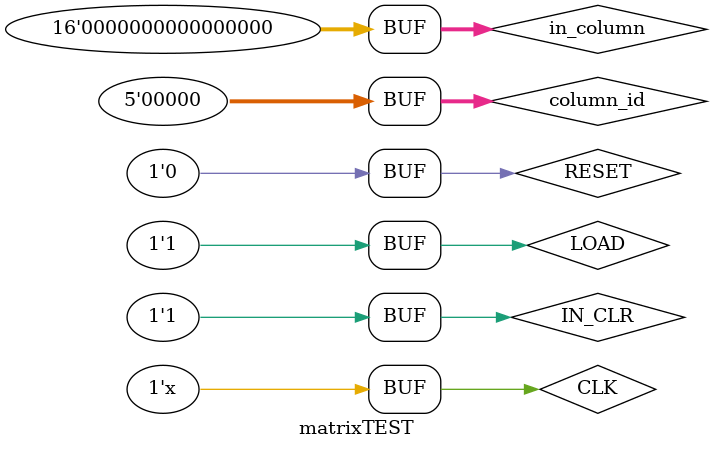
<source format=v>
`timescale 1ns / 1ps


module matrixTEST;

	// Inputs
	reg [4:0] column_id;
	reg [15:0] in_column;
	reg CLK;
	reg IN_CLR;
	reg LOAD;
	reg RESET;

	// Outputs
	wire [3:0] column_seg;
	wire [15:0] out_column;
	wire COLUMN_CLK;
	wire OUT_CLR;

	// Instantiate the Unit Under Test (UUT)
	Matrix uut (
		.column_id(column_id), 
		.in_column(in_column), 
		.CLK(CLK), 
		.IN_CLR(IN_CLR), 
		.LOAD(LOAD), 
		.RESET(RESET), 
		.column_seg(column_seg), 
		.out_column(out_column), 
		.COLUMN_CLK(COLUMN_CLK), 
		.OUT_CLR(OUT_CLR)
	);

	initial begin
		// Initialize Inputs
		column_id = 5'b00000;
		in_column = 16'b0000000000000000;
		CLK = 0;
		IN_CLR = 0;
		LOAD = 0;
		RESET = 0;

		// Wait 100 ns for global reset to finish
		#10000 LOAD = 1;
		#10000 RESET = 1;
		#100 RESET = 0;
		#10000 IN_CLR = 1;
	end
   always #1 begin
		CLK = ~CLK;
	end
endmodule


</source>
